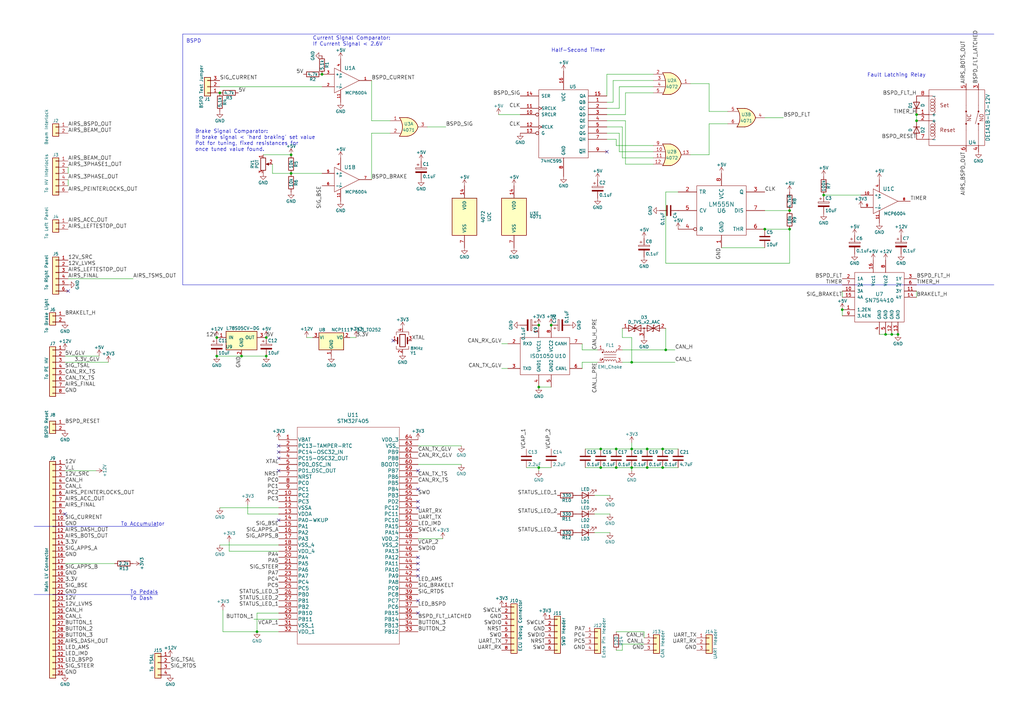
<source format=kicad_sch>
(kicad_sch (version 20230121) (generator eeschema)
  (paper "A3")
  (junction (at 271.78 184.15))
  (junction (at 109.22 146.05))
  (junction (at 337.82 80.01))
  (junction (at 265.43 191.77))
  (junction (at 109.22 138.43))
  (junction (at 259.08 184.15))
  (junction (at 345.44 127))
  (junction (at 246.38 191.77))
  (junction (at 259.08 148.59))
  (junction (at 323.85 93.98))
  (junction (at 323.85 86.36))
  (junction (at 220.98 133.35))
  (junction (at 363.22 137.16))
  (junction (at 259.08 191.77))
  (junction (at 246.38 184.15))
  (junction (at 90.17 38.1))
  (junction (at 88.9 146.05))
  (junction (at 252.73 191.77))
  (junction (at 252.73 184.15))
  (junction (at 365.76 137.16))
  (junction (at 105.41 259.08))
  (junction (at 220.98 158.75))
  (junction (at 119.38 71.12))
  (junction (at 99.06 146.05))
  (junction (at 273.05 143.51))
  (junction (at 368.3 137.16))
  (junction (at 226.06 133.35))
  (junction (at 88.9 138.43))
  (junction (at 220.98 191.77))
  (junction (at 132.08 30.48))
  (junction (at 119.38 63.5))
  (junction (at 271.78 191.77))
  (junction (at 375.92 49.53))
  (junction (at 313.69 93.98))
  (junction (at 375.92 46.99))
  (junction (at 265.43 184.15))
  (no_connect (at 248.92 62.23))
  (no_connect (at 171.45 236.22))
  (no_connect (at 114.3 182.88))
  (no_connect (at 26.67 210.82))
  (no_connect (at 171.45 251.46))
  (no_connect (at 171.45 193.04))
  (no_connect (at 114.3 193.04))
  (no_connect (at 171.45 228.6))
  (no_connect (at 171.45 208.28))
  (no_connect (at 114.3 185.42))
  (no_connect (at 114.3 187.96))
  (no_connect (at 27.94 119.38))
  (no_connect (at 171.45 233.68))
  (no_connect (at 171.45 231.14))
  (no_connect (at 161.29 139.7))
  (no_connect (at 171.45 200.66))
  (no_connect (at 171.45 205.74))
  (no_connect (at 171.45 246.38))
  (no_connect (at 114.3 213.36))
  (wire (pts (xy 220.98 191.77) (xy 226.06 191.77)))
  (wire (pts (xy 248.92 30.48) (xy 267.97 30.48)))
  (wire (pts (xy 353.06 80.01) (xy 337.82 80.01)))
  (wire (pts (xy 271.78 191.77) (xy 278.13 191.77)))
  (wire (pts (xy 265.43 184.15) (xy 271.78 184.15)))
  (wire (pts (xy 114.3 208.28) (xy 90.17 208.28)))
  (wire (pts (xy 215.9 191.77) (xy 220.98 191.77)))
  (wire (pts (xy 246.38 184.15) (xy 252.73 184.15)))
  (wire (pts (xy 171.45 182.88) (xy 189.23 182.88)))
  (wire (pts (xy 27.94 73.66) (xy 27.94 76.2)))
  (wire (pts (xy 375.92 49.53) (xy 375.92 46.99)))
  (polyline (pts (xy 74.93 13.97) (xy 74.93 116.84)))
  (wire (pts (xy 245.11 148.59) (xy 238.76 148.59)))
  (wire (pts (xy 252.73 57.15) (xy 252.73 59.69)))
  (wire (pts (xy 251.46 41.91) (xy 251.46 33.02)))
  (wire (pts (xy 26.67 193.04) (xy 39.37 193.04)))
  (polyline (pts (xy 74.93 116.84) (xy 407.67 116.84)))
  (wire (pts (xy 252.73 191.77) (xy 259.08 191.77)))
  (wire (pts (xy 248.92 54.61) (xy 254 54.61)))
  (wire (pts (xy 252.73 266.7) (xy 255.27 266.7)))
  (wire (pts (xy 220.98 158.75) (xy 226.06 158.75)))
  (wire (pts (xy 255.27 264.16) (xy 264.16 264.16)))
  (wire (pts (xy 273.05 134.62) (xy 273.05 143.51)))
  (wire (pts (xy 238.76 143.51) (xy 238.76 140.97)))
  (wire (pts (xy 152.4 49.53) (xy 152.4 33.02)))
  (wire (pts (xy 107.95 63.5) (xy 119.38 63.5)))
  (wire (pts (xy 255.27 143.51) (xy 273.05 143.51)))
  (wire (pts (xy 271.78 184.15) (xy 278.13 184.15)))
  (wire (pts (xy 256.54 46.99) (xy 256.54 38.1)))
  (wire (pts (xy 243.84 218.44) (xy 250.19 218.44)))
  (wire (pts (xy 213.36 46.99) (xy 204.47 46.99)))
  (wire (pts (xy 111.76 71.12) (xy 119.38 71.12)))
  (wire (pts (xy 88.9 146.05) (xy 99.06 146.05)))
  (wire (pts (xy 290.83 45.72) (xy 298.45 45.72)))
  (wire (pts (xy 259.08 148.59) (xy 276.86 148.59)))
  (wire (pts (xy 99.06 146.05) (xy 109.22 146.05)))
  (wire (pts (xy 143.51 138.43) (xy 146.05 138.43)))
  (wire (pts (xy 175.26 52.07) (xy 182.88 52.07)))
  (wire (pts (xy 90.17 223.52) (xy 114.3 223.52)))
  (polyline (pts (xy 74.93 13.97) (xy 407.67 13.97)))
  (wire (pts (xy 105.41 251.46) (xy 105.41 259.08)))
  (wire (pts (xy 105.41 259.08) (xy 114.3 259.08)))
  (wire (pts (xy 252.73 184.15) (xy 259.08 184.15)))
  (wire (pts (xy 240.03 184.15) (xy 246.38 184.15)))
  (wire (pts (xy 248.92 41.91) (xy 251.46 41.91)))
  (wire (pts (xy 208.28 140.97) (xy 205.74 140.97)))
  (wire (pts (xy 255.27 266.7) (xy 255.27 264.16)))
  (wire (pts (xy 240.03 191.77) (xy 246.38 191.77)))
  (polyline (pts (xy 13.97 215.9) (xy 64.77 215.9)))
  (wire (pts (xy 26.67 146.05) (xy 40.64 146.05)))
  (wire (pts (xy 273.05 107.95) (xy 273.05 78.74)))
  (wire (pts (xy 252.73 57.15) (xy 248.92 57.15)))
  (wire (pts (xy 255.27 52.07) (xy 255.27 64.77)))
  (wire (pts (xy 132.08 35.56) (xy 90.17 35.56)))
  (wire (pts (xy 313.69 93.98) (xy 323.85 93.98)))
  (wire (pts (xy 255.27 64.77) (xy 267.97 64.77)))
  (wire (pts (xy 91.44 259.08) (xy 105.41 259.08)))
  (wire (pts (xy 246.38 191.77) (xy 252.73 191.77)))
  (wire (pts (xy 251.46 33.02) (xy 267.97 33.02)))
  (wire (pts (xy 111.76 67.31) (xy 111.76 71.12)))
  (wire (pts (xy 26.67 231.14) (xy 46.99 231.14)))
  (wire (pts (xy 254 62.23) (xy 267.97 62.23)))
  (wire (pts (xy 243.84 210.82) (xy 250.19 210.82)))
  (wire (pts (xy 259.08 184.15) (xy 265.43 184.15)))
  (wire (pts (xy 273.05 143.51) (xy 276.86 143.51)))
  (wire (pts (xy 93.98 222.25) (xy 93.98 226.06)))
  (wire (pts (xy 101.6 207.01) (xy 101.6 210.82)))
  (wire (pts (xy 93.98 226.06) (xy 114.3 226.06)))
  (wire (pts (xy 245.11 143.51) (xy 238.76 143.51)))
  (wire (pts (xy 298.45 50.8) (xy 290.83 50.8)))
  (wire (pts (xy 248.92 46.99) (xy 256.54 46.99)))
  (wire (pts (xy 205.74 151.13) (xy 208.28 151.13)))
  (wire (pts (xy 264.16 261.62) (xy 264.16 259.08)))
  (wire (pts (xy 323.85 93.98) (xy 323.85 107.95)))
  (wire (pts (xy 273.05 78.74) (xy 278.13 78.74)))
  (wire (pts (xy 290.83 45.72) (xy 290.83 34.29)))
  (wire (pts (xy 256.54 38.1) (xy 267.97 38.1)))
  (wire (pts (xy 254 44.45) (xy 254 35.56)))
  (wire (pts (xy 54.61 114.3) (xy 27.94 114.3)))
  (wire (pts (xy 248.92 49.53) (xy 256.54 49.53)))
  (wire (pts (xy 313.69 86.36) (xy 323.85 86.36)))
  (wire (pts (xy 101.6 210.82) (xy 114.3 210.82)))
  (wire (pts (xy 125.73 138.43) (xy 128.27 138.43)))
  (wire (pts (xy 259.08 138.43) (xy 259.08 148.59)))
  (wire (pts (xy 26.67 148.59) (xy 44.45 148.59)))
  (wire (pts (xy 259.08 191.77) (xy 265.43 191.77)))
  (wire (pts (xy 265.43 191.77) (xy 271.78 191.77)))
  (wire (pts (xy 360.68 137.16) (xy 363.22 137.16)))
  (wire (pts (xy 248.92 39.37) (xy 248.92 30.48)))
  (wire (pts (xy 220.98 191.77) (xy 220.98 193.04)))
  (wire (pts (xy 152.4 73.66) (xy 152.4 54.61)))
  (wire (pts (xy 345.44 127) (xy 345.44 129.54)))
  (wire (pts (xy 323.85 107.95) (xy 273.05 107.95)))
  (wire (pts (xy 181.61 220.98) (xy 171.45 220.98)))
  (wire (pts (xy 255.27 148.59) (xy 259.08 148.59)))
  (wire (pts (xy 152.4 49.53) (xy 160.02 49.53)))
  (wire (pts (xy 114.3 254) (xy 104.14 254)))
  (wire (pts (xy 254 54.61) (xy 254 62.23)))
  (wire (pts (xy 238.76 148.59) (xy 238.76 151.13)))
  (wire (pts (xy 91.44 250.19) (xy 91.44 259.08)))
  (wire (pts (xy 259.08 191.77) (xy 259.08 193.04)))
  (wire (pts (xy 368.3 137.16) (xy 365.76 137.16)))
  (wire (pts (xy 363.22 137.16) (xy 365.76 137.16)))
  (wire (pts (xy 248.92 52.07) (xy 255.27 52.07)))
  (wire (pts (xy 264.16 259.08) (xy 252.73 259.08)))
  (wire (pts (xy 375.92 121.92) (xy 375.92 119.38)))
  (wire (pts (xy 255.27 134.62) (xy 255.27 138.43)))
  (wire (pts (xy 189.23 190.5) (xy 171.45 190.5)))
  (wire (pts (xy 243.84 203.2) (xy 250.19 203.2)))
  (wire (pts (xy 27.94 68.58) (xy 27.94 71.12)))
  (wire (pts (xy 256.54 67.31) (xy 267.97 67.31)))
  (wire (pts (xy 119.38 71.12) (xy 132.08 71.12)))
  (wire (pts (xy 290.83 63.5) (xy 290.83 50.8)))
  (wire (pts (xy 295.91 101.6) (xy 313.69 101.6)))
  (wire (pts (xy 283.21 63.5) (xy 290.83 63.5)))
  (polyline (pts (xy 13.97 243.84) (xy 64.77 243.84)))
  (wire (pts (xy 254 35.56) (xy 267.97 35.56)))
  (wire (pts (xy 256.54 49.53) (xy 256.54 67.31)))
  (wire (pts (xy 259.08 181.61) (xy 259.08 184.15)))
  (wire (pts (xy 152.4 54.61) (xy 160.02 54.61)))
  (wire (pts (xy 252.73 59.69) (xy 267.97 59.69)))
  (wire (pts (xy 313.69 48.26) (xy 321.31 48.26)))
  (wire (pts (xy 248.92 44.45) (xy 254 44.45)))
  (wire (pts (xy 290.83 34.29) (xy 283.21 34.29)))
  (wire (pts (xy 255.27 138.43) (xy 259.08 138.43)))
  (wire (pts (xy 105.41 251.46) (xy 114.3 251.46)))
  (wire (pts (xy 345.44 119.38) (xy 345.44 121.92)))
  (text "Half-Second Timer" (at 226.06 21.59 0) (effects (font (size 1.524 1.524)) (justify left bottom)))
  (text "Current Signal Comparator:\nIf Current Signal < 2.6V" (at 128.27 19.05 0) (effects (font (size 1.524 1.524)) (justify left bottom)))
  (text "BSPD" (at 82.55 17.78 0) (effects (font (size 1.524 1.524)) (justify right bottom)))
  (text "To Pedals" (at 53.34 243.84 0) (effects (font (size 1.524 1.524)) (justify left bottom)))
  (text "Brake Signal Comparator:\nIf brake signal < 'hard braking' set value\nPot for tuning, fixed resistances for\nonce tuned value found." (at 80.01 62.23 0) (effects (font (size 1.524 1.524)) (justify left bottom)))
  (text "To Accumulator" (at 49.53 215.9 0) (effects (font (size 1.524 1.524)) (justify left bottom)))
  (text "To Dash" (at 53.34 246.38 0) (effects (font (size 1.524 1.524)) (justify left bottom)))
  (text "Fault Latching Relay" (at 379.73 31.75 0) (effects (font (size 1.524 1.524)) (justify right bottom)))
  (label "BSPD_FLT_LATCHED" (at 171.45 254 0) (effects (font (size 1.524 1.524))))
  (label "GND" (at 26.67 161.29 0) (effects (font (size 1.524 1.524))))
  (label "AIRS_DASH_OUT" (at 26.67 264.16 0) (effects (font (size 1.524 1.524))))
  (label "GND" (at 264.16 266.7 180) (effects (font (size 1.524 1.524))))
  (label "AIRS_BEAM_OUT" (at 27.94 66.04 0) (effects (font (size 1.524 1.524))))
  (label "SIG_STEER" (at 26.67 274.32 0) (effects (font (size 1.524 1.524))))
  (label "SWDIO" (at 223.52 261.62 180) (effects (font (size 1.524 1.524))))
  (label "NRST" (at 223.52 264.16 180) (effects (font (size 1.524 1.524))))
  (label "SIG_APPS_B" (at 114.3 220.98 180) (effects (font (size 1.524 1.524))))
  (label "LED_BSPD" (at 171.45 248.92 0) (effects (font (size 1.524 1.524))))
  (label "UART_TX" (at 285.75 261.62 180) (effects (font (size 1.524 1.524))))
  (label "UART_RX" (at 171.45 210.82 0) (effects (font (size 1.524 1.524))))
  (label "CAN_TX_GLV" (at 171.45 185.42 0) (effects (font (size 1.524 1.524))))
  (label "AIRS_LEFTESTOP_OUT" (at 27.94 111.76 0) (effects (font (size 1.524 1.524))))
  (label "GND" (at 295.91 101.6 270) (effects (font (size 1.524 1.524))))
  (label "SIG_TSAL" (at 69.85 271.78 0) (effects (font (size 1.524 1.524))))
  (label "CAN_L" (at 26.67 200.66 0) (effects (font (size 1.524 1.524))))
  (label "AIRS_ACC_OUT" (at 27.94 91.44 0) (effects (font (size 1.524 1.524))))
  (label "12V_SRC" (at 26.67 195.58 0) (effects (font (size 1.524 1.524))))
  (label "CAN_H" (at 26.67 198.12 0) (effects (font (size 1.524 1.524))))
  (label "PC4" (at 240.03 261.62 180) (effects (font (size 1.524 1.524))))
  (label "AIRS_FINAL" (at 26.67 158.75 0) (effects (font (size 1.524 1.524))))
  (label "BSPD_RESET" (at 26.67 173.99 0) (effects (font (size 1.524 1.524))))
  (label "PC3" (at 114.3 205.74 180) (effects (font (size 1.524 1.524))))
  (label "GND" (at 26.67 215.9 0) (effects (font (size 1.524 1.524))))
  (label "TIMER_H" (at 375.92 116.84 0) (effects (font (size 1.524 1.524))))
  (label "3.3V" (at 26.67 223.52 0) (effects (font (size 1.524 1.524))))
  (label "LED_AMS" (at 26.67 266.7 0) (effects (font (size 1.524 1.524))))
  (label "12V_LVMS" (at 26.67 248.92 0) (effects (font (size 1.524 1.524))))
  (label "TIMER" (at 373.38 82.55 0) (effects (font (size 1.524 1.524))))
  (label "CAN_TX_GLV" (at 205.74 151.13 180) (effects (font (size 1.524 1.524))))
  (label "BRAKELT_H" (at 375.92 121.92 0) (effects (font (size 1.524 1.524))))
  (label "CAN_RX_TS" (at 26.67 153.67 0) (effects (font (size 1.524 1.524))))
  (label "BSPD_BRAKE" (at 152.4 73.66 0) (effects (font (size 1.524 1.524))))
  (label "LED_IMD" (at 171.45 215.9 0) (effects (font (size 1.524 1.524))))
  (label "SIG_CURRENT" (at 26.67 213.36 0) (effects (font (size 1.524 1.524))))
  (label "CAN_H_PRE" (at 245.11 143.51 90) (effects (font (size 1.524 1.524))))
  (label "LED_AMS" (at 171.45 238.76 0) (effects (font (size 1.524 1.524))))
  (label "CAN_H" (at 26.67 251.46 0) (effects (font (size 1.524 1.524))))
  (label "CAN_H" (at 264.16 261.62 180) (effects (font (size 1.524 1.524))))
  (label "CAN_L" (at 264.16 264.16 180) (effects (font (size 1.524 1.524))))
  (label "SWO" (at 171.45 203.2 0) (effects (font (size 1.524 1.524))))
  (label "CLK" (at 313.69 78.74 0) (effects (font (size 1.524 1.524))))
  (label "GND" (at 223.52 259.08 180) (effects (font (size 1.524 1.524))))
  (label "AIRS_3PHASE1_OUT" (at 27.94 68.58 0) (effects (font (size 1.524 1.524))))
  (label "PA7" (at 114.3 236.22 180) (effects (font (size 1.524 1.524))))
  (label "5V" (at 97.79 38.1 0) (effects (font (size 1.524 1.524))))
  (label "SIG_BSE" (at 132.08 76.2 270) (effects (font (size 1.524 1.524))))
  (label "STATUS_LED_3" (at 114.3 243.84 180) (effects (font (size 1.524 1.524))))
  (label "AIRS_BEAM_OUT" (at 27.94 54.61 0) (effects (font (size 1.524 1.524))))
  (label "SIG_RTDS" (at 171.45 243.84 0) (effects (font (size 1.524 1.524))))
  (label "CAN_H" (at 276.86 143.51 0) (effects (font (size 1.524 1.524))))
  (label "PC4" (at 114.3 238.76 180) (effects (font (size 1.524 1.524))))
  (label "CAN_TX_TS" (at 171.45 195.58 0) (effects (font (size 1.524 1.524))))
  (label "12V" (at 26.67 246.38 0) (effects (font (size 1.524 1.524))))
  (label "BUTTON_2" (at 26.67 259.08 0) (effects (font (size 1.524 1.524))))
  (label "SWCLK" (at 223.52 256.54 180) (effects (font (size 1.524 1.524))))
  (label "PC5" (at 114.3 241.3 180) (effects (font (size 1.524 1.524))))
  (label "V_L" (at 26.67 193.04 0) (effects (font (size 1.524 1.524))))
  (label "PA4" (at 114.3 228.6 180) (effects (font (size 1.524 1.524))))
  (label "AIRS_ACC_OUT" (at 26.67 205.74 0) (effects (font (size 1.524 1.524))))
  (label "AIRS_BOTS_OUT" (at 396.24 34.29 90) (effects (font (size 1.524 1.524))))
  (label "SIG_BRAKELT" (at 345.44 121.92 180) (effects (font (size 1.524 1.524))))
  (label "5V" (at 124.46 30.48 180) (effects (font (size 1.524 1.524))))
  (label "3.3V_GLV" (at 30.48 148.59 0) (effects (font (size 1.524 1.524))))
  (label "SIG_TSAL" (at 26.67 151.13 0) (effects (font (size 1.524 1.524))))
  (label "12V_LVMS" (at 27.94 109.22 0) (effects (font (size 1.524 1.524))))
  (label "GND" (at 205.74 254 180) (effects (font (size 1.524 1.524))))
  (label "GND" (at 26.67 236.22 0) (effects (font (size 1.524 1.524))))
  (label "SWCLK" (at 171.45 218.44 0) (effects (font (size 1.524 1.524))))
  (label "5V_GLV" (at 26.67 146.05 0) (effects (font (size 1.524 1.524))))
  (label "NRST" (at 114.3 195.58 180) (effects (font (size 1.524 1.524))))
  (label "CLK" (at 213.36 44.45 180) (effects (font (size 1.524 1.524))))
  (label "VCAP_2" (at 226.06 184.15 90) (effects (font (size 1.524 1.524))))
  (label "PC2" (at 114.3 203.2 180) (effects (font (size 1.524 1.524))))
  (label "STATUS_LED_2" (at 228.6 210.82 180) (effects (font (size 1.524 1.524))))
  (label "3.3V" (at 26.67 238.76 0) (effects (font (size 1.524 1.524))))
  (label "VCAP_2" (at 171.45 223.52 0) (effects (font (size 1.524 1.524))))
  (label "AIRS_BSPD_OUT" (at 396.24 62.23 270) (effects (font (size 1.524 1.524))))
  (label "SWDIO" (at 205.74 256.54 180) (effects (font (size 1.524 1.524))))
  (label "UART_TX" (at 171.45 213.36 0) (effects (font (size 1.524 1.524))))
  (label "3.3V" (at 146.05 138.43 0) (effects (font (size 1.524 1.524))))
  (label "CLK" (at 213.36 52.07 180) (effects (font (size 1.524 1.524))))
  (label "CAN_TX_TS" (at 26.67 156.21 0) (effects (font (size 1.524 1.524))))
  (label "SIG_APPS_B" (at 26.67 233.68 0) (effects (font (size 1.524 1.524))))
  (label "XTAL" (at 114.3 190.5 180) (effects (font (size 1.524 1.524))))
  (label "STATUS_LED_3" (at 228.6 218.44 180) (effects (font (size 1.524 1.524))))
  (label "BSPD_FLT_H" (at 375.92 114.3 0) (effects (font (size 1.524 1.524))))
  (label "AIRS_DASH_OUT" (at 26.67 218.44 0) (effects (font (size 1.524 1.524))))
  (label "BUTTON_2" (at 171.45 259.08 0) (effects (font (size 1.524 1.524))))
  (label "BUTTON_1" (at 26.67 256.54 0) (effects (font (size 1.524 1.524))))
  (label "CAN_L_PRE" (at 245.11 148.59 270) (effects (font (size 1.524 1.524))))
  (label "LED_IMD" (at 26.67 269.24 0) (effects (font (size 1.524 1.524))))
  (label "GND" (at 99.06 146.05 270) (effects (font (size 1.524 1.524))))
  (label "SIG_APPS_A" (at 26.67 226.06 0) (effects (font (size 1.524 1.524))))
  (label "TIMER" (at 345.44 116.84 180) (effects (font (size 1.524 1.524))))
  (label "XTAL" (at 168.91 139.7 0) (effects (font (size 1.524 1.524))))
  (label "SIG_BRAKELT" (at 171.45 241.3 0) (effects (font (size 1.524 1.524))))
  (label "VCAP_1" (at 215.9 184.15 90) (effects (font (size 1.524 1.524))))
  (label "AIRS_BOTS_OUT" (at 26.67 220.98 0) (effects (font (size 1.524 1.524))))
  (label "5V" (at 109.22 138.43 0) (effects (font (size 1.524 1.524))))
  (label "STATUS_LED_1" (at 228.6 203.2 180) (effects (font (size 1.524 1.524))))
  (label "CAN_RX_TS" (at 171.45 198.12 0) (effects (font (size 1.524 1.524))))
  (label "UART_RX" (at 205.74 266.7 180) (effects (font (size 1.524 1.524))))
  (label "BSPD_FLT_LATCHED" (at 401.32 34.29 90) (effects (font (size 1.524 1.524))))
  (label "AIRS_BSPD_OUT" (at 27.94 52.07 0) (effects (font (size 1.524 1.524))))
  (label "CAN_RX_GLV" (at 171.45 187.96 0) (effects (font (size 1.524 1.524))))
  (label "SIG_CURRENT" (at 90.17 33.02 0) (effects (font (size 1.524 1.524))))
  (label "AIRS_FINAL" (at 27.94 114.3 0) (effects (font (size 1.524 1.524))))
  (label "GND" (at 240.03 266.7 180) (effects (font (size 1.524 1.524))))
  (label "BRAKELT_H" (at 26.67 129.54 0) (effects (font (size 1.524 1.524))))
  (label "SWDIO" (at 171.45 226.06 0) (effects (font (size 1.524 1.524))))
  (label "BUTTON_3" (at 171.45 256.54 0) (effects (font (size 1.524 1.524))))
  (label "SWO" (at 205.74 261.62 180) (effects (font (size 1.524 1.524))))
  (label "PA7" (at 240.03 259.08 180) (effects (font (size 1.524 1.524))))
  (label "TIMER_H" (at 375.92 46.99 180) (effects (font (size 1.524 1.524))))
  (label "12V_SRC" (at 27.94 106.68 0) (effects (font (size 1.524 1.524))))
  (label "12V" (at 88.9 138.43 180) (effects (font (size 1.524 1.524))))
  (label "UART_TX" (at 205.74 264.16 180) (effects (font (size 1.524 1.524))))
  (label "BUTTON_3" (at 26.67 261.62 0) (effects (font (size 1.524 1.524))))
  (label "GND" (at 26.67 276.86 0) (effects (font (size 1.524 1.524))))
  (label "LED_BSPD" (at 26.67 271.78 0) (effects (font (size 1.524 1.524))))
  (label "GND" (at 26.67 228.6 0) (effects (font (size 1.524 1.524))))
  (label "SIG_STEER" (at 114.3 233.68 180) (effects (font (size 1.524 1.524))))
  (label "BSPD_FLT" (at 321.31 48.26 0) (effects (font (size 1.524 1.524))))
  (label "BUTTON_1" (at 104.14 254 180) (effects (font (size 1.524 1.524))))
  (label "AIRS_FINAL" (at 26.67 208.28 0) (effects (font (size 1.524 1.524))))
  (label "AIRS_PEINTERLOCKS_OUT" (at 27.94 78.74 0) (effects (font (size 1.524 1.524))))
  (label "12V" (at 26.67 190.5 0) (effects (font (size 1.524 1.524))))
  (label "AIRS_3PHASE_OUT" (at 27.94 73.66 0) (effects (font (size 1.524 1.524))))
  (label "PC1" (at 114.3 200.66 180) (effects (font (size 1.524 1.524))))
  (label "SIG_APPS_A" (at 114.3 218.44 180) (effects (font (size 1.524 1.524))))
  (label "BSPD_CURRENT" (at 152.4 33.02 0) (effects (font (size 1.524 1.524))))
  (label "NRST" (at 205.74 259.08 180) (effects (font (size 1.524 1.524))))
  (label "GND" (at 285.75 266.7 180) (effects (font (size 1.524 1.524))))
  (label "PC0" (at 114.3 198.12 180) (effects (font (size 1.524 1.524))))
  (label "CAN_RX_GLV" (at 205.74 140.97 180) (effects (font (size 1.524 1.524))))
  (label "CAN_L" (at 26.67 254 0) (effects (font (size 1.524 1.524))))
  (label "PA5" (at 114.3 231.14 180) (effects (font (size 1.524 1.524))))
  (label "BSPD_FLT_H" (at 375.92 39.37 180) (effects (font (size 1.524 1.524))))
  (label "SIG_BSE" (at 114.3 215.9 180) (effects (font (size 1.524 1.524))))
  (label "AIRS_TSMS_OUT" (at 54.61 114.3 0) (effects (font (size 1.524 1.524))))
  (label "AIRS_PEINTERLOCKS_OUT" (at 26.67 203.2 0) (effects (font (size 1.524 1.524))))
  (label "STATUS_LED_1" (at 114.3 248.92 180) (effects (font (size 1.524 1.524))))
  (label "SIG_BSE" (at 26.67 241.3 0) (effects (font (size 1.524 1.524))))
  (label "SIG_RTDS" (at 69.85 274.32 0) (effects (font (size 1.524 1.524))))
  (label "BSPD_FLT" (at 345.44 114.3 180) (effects (font (size 1.524 1.524))))
  (label "SWO" (at 223.52 266.7 180) (effects (font (size 1.524 1.524))))
  (label "BSPD_SIG" (at 213.36 39.37 180) (effects (font (size 1.524 1.524))))
  (label "AIRS_LEFTESTOP_OUT" (at 27.94 93.98 0) (effects (font (size 1.524 1.524))))
  (label "UART_RX" (at 285.75 264.16 180) (effects (font (size 1.524 1.524))))
  (label "BSPD_SIG" (at 182.88 52.07 0) (effects (font (size 1.524 1.524))))
  (label "CAN_L" (at 276.86 148.59 0) (effects (font (size 1.524 1.524))))
  (label "PC5" (at 240.03 264.16 180) (effects (font (size 1.524 1.524))))
  (label "VCAP_1" (at 114.3 256.54 180) (effects (font (size 1.524 1.524))))
  (label "STATUS_LED_2" (at 114.3 246.38 180) (effects (font (size 1.524 1.524))))
  (label "GND" (at 26.67 243.84 0) (effects (font (size 1.524 1.524))))
  (label "BSPD_RESET" (at 375.92 57.15 180) (effects (font (size 1.524 1.524))))
  (label "SWCLK" (at 205.74 251.46 180) (effects (font (size 1.524 1.524))))
  (symbol (lib_id "FS_FINAL:LM555N") (at 295.91 86.36 0) (unit 1)
    (property "Reference" "U6" (at 295.91 86.36 0) (effects (font (size 1.778 1.778))))
    (property "Value" "LM555N" (at 295.91 83.82 0) (effects (font (size 1.778 1.778))))
    (property "Footprint" "Housings_DIP:DIP-8_W7.62mm" (effects hide))
  )
  (symbol (lib_id "FS_FINAL:74HC595") (at 231.14 50.8 0) (unit 1)
    (property "Reference" "U5" (at 234.95 35.56 0))
    (property "Value" "74HC595" (at 226.06 66.04 0))
    (property "Footprint" "Housings_DIP:DIP-16_W7.62mm" (effects hide))
  )
  (symbol (lib_id "PEBoardLV-rescue:CP-Device") (at 264.16 101.6 0) (unit 1)
    (property "Reference" "C8" (at 264.795 99.06 0) (effects (justify left)))
    (property "Value" "0.1uF" (at 264.795 104.14 0) (effects (justify left)))
    (property "Footprint" "Capacitors_THT:C_Disc_D3.0mm_W1.6mm_P2.50mm" (effects hide))
  )
  (symbol (lib_id "Device:R") (at 323.85 90.17 0) (unit 1)
    (property "Reference" "R9" (at 325.882 90.17 90))
    (property "Value" "18k" (at 323.85 90.17 90))
    (property "Footprint" "Resistors_THT:R_Axial_DIN0207_L6.3mm_D2.5mm_P10.16mm_Horizontal" (effects hide))
  )
  (symbol (lib_id "Device:R") (at 323.85 82.55 0) (unit 1)
    (property "Reference" "R8" (at 325.882 82.55 90))
    (property "Value" "4.7kR" (at 323.85 82.55 90))
    (property "Footprint" "Resistors_THT:R_Axial_DIN0207_L6.3mm_D2.5mm_P10.16mm_Horizontal" (effects hide))
  )
  (symbol (lib_id "Connector_Generic:Conn_01x02") (at 21.59 173.99 0) (mirror y) (unit 1)
    (property "Reference" "J8" (at 21.59 170.18 0))
    (property "Value" "BSPD Reset" (at 19.05 173.99 90))
    (property "Footprint" "Connectors_Molex:Molex_NanoFit_1x02x2.50mm_Straight" (effects hide))
  )
  (symbol (lib_id "Device:R") (at 128.27 30.48 270) (unit 1)
    (property "Reference" "R2" (at 128.27 32.512 90))
    (property "Value" "4.7k" (at 128.27 30.48 90))
    (property "Footprint" "Resistors_THT:R_Axial_DIN0207_L6.3mm_D2.5mm_P10.16mm_Horizontal" (effects hide))
  )
  (symbol (lib_id "Device:R") (at 132.08 26.67 0) (unit 1)
    (property "Reference" "R1" (at 134.112 26.67 90))
    (property "Value" "5.1k" (at 132.08 26.67 90))
    (property "Footprint" "Resistors_THT:R_Axial_DIN0207_L6.3mm_D2.5mm_P10.16mm_Horizontal" (effects hide))
  )
  (symbol (lib_id "PEBoardLV-rescue:R_POT-Device") (at 107.95 67.31 0) (unit 1)
    (property "Reference" "RV1" (at 103.505 67.31 90))
    (property "Value" "POT" (at 105.41 67.31 90))
    (property "Footprint" "Pin_Headers:Pin_Header_Straight_1x03_Pitch2.54mm" (effects hide))
  )
  (symbol (lib_id "Device:R") (at 119.38 67.31 0) (unit 1)
    (property "Reference" "R5" (at 121.412 67.31 90))
    (property "Value" "10k" (at 119.38 67.31 90))
    (property "Footprint" "Resistors_THT:R_Axial_DIN0207_L6.3mm_D2.5mm_P10.16mm_Horizontal" (effects hide))
  )
  (symbol (lib_id "Device:R") (at 119.38 74.93 0) (unit 1)
    (property "Reference" "R6" (at 121.412 74.93 90))
    (property "Value" "10k" (at 119.38 74.93 90))
    (property "Footprint" "Resistors_THT:R_Axial_DIN0207_L6.3mm_D2.5mm_P10.16mm_Horizontal" (effects hide))
  )
  (symbol (lib_id "FS_FINAL:L78S05CV-DG") (at 99.06 139.7 0) (unit 1)
    (property "Reference" "U9" (at 93.98 142.24 0))
    (property "Value" "L78S05CV-DG" (at 92.71 134.62 0) (effects (justify left)))
    (property "Footprint" "TO_SOT_Packages_THT:TO-220-3_Vertical" (effects hide))
  )
  (symbol (lib_id "FS_FINAL:MCP6004") (at 142.24 73.66 0) (unit 2)
    (property "Reference" "U1" (at 143.51 68.58 0) (effects (font (size 1.524 1.524))))
    (property "Value" "MCP6004" (at 146.05 78.74 0))
    (property "Footprint" "Housings_DIP:DIP-14_W7.62mm" (effects hide))
  )
  (symbol (lib_id "FS_FINAL:MCP6004") (at 142.24 33.02 0) (unit 1)
    (property "Reference" "U1" (at 143.51 27.94 0) (effects (font (size 1.524 1.524))))
    (property "Value" "MCP6004" (at 146.05 38.1 0))
    (property "Footprint" "Housings_DIP:DIP-14_W7.62mm" (effects hide))
  )
  (symbol (lib_id "power:GND") (at 139.7 41.91 0) (unit 1)
    (property "Reference" "#PWR06" (effects hide))
    (property "Value" "GND" (at 139.7 45.72 0))
  )
  (symbol (lib_id "power:+5V") (at 139.7 24.13 0) (unit 1)
    (property "Reference" "#PWR02" (effects hide))
    (property "Value" "+5V" (at 139.7 20.574 0))
  )
  (symbol (lib_id "power:+5V") (at 109.22 138.43 0) (unit 1)
    (property "Reference" "#PWR054" (effects hide))
    (property "Value" "+5V" (at 109.22 134.874 0))
  )
  (symbol (lib_id "power:+5V") (at 139.7 64.77 0) (unit 1)
    (property "Reference" "#PWR017" (effects hide))
    (property "Value" "+5V" (at 139.7 61.214 0))
  )
  (symbol (lib_id "power:GND") (at 139.7 82.55 0) (unit 1)
    (property "Reference" "#PWR030" (effects hide))
    (property "Value" "GND" (at 139.7 86.36 0))
  )
  (symbol (lib_id "power:GND") (at 190.5 101.6 0) (unit 1)
    (property "Reference" "#PWR05" (effects hide))
    (property "Value" "GND" (at 190.5 105.41 0))
  )
  (symbol (lib_id "power:GND") (at 231.14 72.39 0) (unit 1)
    (property "Reference" "#PWR022" (effects hide))
    (property "Value" "GND" (at 231.14 76.2 0))
  )
  (symbol (lib_id "power:GND") (at 213.36 54.61 0) (unit 1)
    (property "Reference" "#PWR012" (effects hide))
    (property "Value" "GND" (at 213.36 58.42 0))
  )
  (symbol (lib_id "power:GND") (at 119.38 78.74 0) (unit 1)
    (property "Reference" "#PWR027" (effects hide))
    (property "Value" "GND" (at 119.38 82.55 0))
  )
  (symbol (lib_id "power:GND") (at 107.95 71.12 0) (unit 1)
    (property "Reference" "#PWR020" (effects hide))
    (property "Value" "GND" (at 107.95 74.93 0))
  )
  (symbol (lib_id "power:GND") (at 264.16 105.41 0) (unit 1)
    (property "Reference" "#PWR041" (effects hide))
    (property "Value" "GND" (at 264.16 109.22 0))
  )
  (symbol (lib_id "power:+12V") (at 88.9 138.43 0) (unit 1)
    (property "Reference" "#PWR053" (effects hide))
    (property "Value" "+12V" (at 88.9 134.874 0))
  )
  (symbol (lib_id "power:+5V") (at 190.5 76.2 0) (unit 1)
    (property "Reference" "#PWR04" (effects hide))
    (property "Value" "+5V" (at 190.5 72.644 0))
  )
  (symbol (lib_id "power:+5V") (at 231.14 29.21 0) (unit 1)
    (property "Reference" "#PWR03" (effects hide))
    (property "Value" "+5V" (at 231.14 25.654 0))
  )
  (symbol (lib_id "power:+5V") (at 295.91 71.12 0) (unit 1)
    (property "Reference" "#PWR021" (effects hide))
    (property "Value" "+5V" (at 295.91 67.564 0))
  )
  (symbol (lib_id "power:+5V") (at 264.16 97.79 0) (unit 1)
    (property "Reference" "#PWR038" (effects hide))
    (property "Value" "+5V" (at 264.16 94.234 0))
  )
  (symbol (lib_id "power:+5V") (at 278.13 93.98 0) (unit 1)
    (property "Reference" "#PWR035" (effects hide))
    (property "Value" "+5V" (at 278.13 90.424 0))
  )
  (symbol (lib_id "power:+5V") (at 323.85 78.74 0) (unit 1)
    (property "Reference" "#PWR028" (effects hide))
    (property "Value" "+5V" (at 323.85 75.184 0))
  )
  (symbol (lib_id "Device:C") (at 313.69 97.79 0) (unit 1)
    (property "Reference" "C5" (at 314.325 95.25 0) (effects (justify left)))
    (property "Value" "10uF" (at 314.325 100.33 0) (effects (justify left)))
    (property "Footprint" "Capacitors_THT:CP_Radial_D5.0mm_P2.50mm" (effects hide))
  )
  (symbol (lib_id "Device:C") (at 274.32 86.36 270) (unit 1)
    (property "Reference" "C4" (at 276.86 86.995 0) (effects (justify left)))
    (property "Value" "0.1uF" (at 271.78 86.995 0) (effects (justify left)))
    (property "Footprint" "Capacitors_THT:C_Disc_D3.0mm_W1.6mm_P2.50mm" (effects hide))
  )
  (symbol (lib_id "power:GND") (at 270.51 86.36 270) (unit 1)
    (property "Reference" "#PWR032" (effects hide))
    (property "Value" "GND" (at 266.7 86.36 0))
  )
  (symbol (lib_id "4xxx:4072") (at 275.59 34.29 0) (unit 1)
    (property "Reference" "U2" (at 275.59 33.02 0))
    (property "Value" "4072" (at 275.59 35.56 0))
    (property "Footprint" "Housings_DIP:DIP-14_W7.62mm" (effects hide))
    (property "Datasheet" "http://www.intersil.com/content/dam/Intersil/documents/cd40/cd4071bms-72bms-75bms.pdf" (effects hide))
  )
  (symbol (lib_id "power:+5V") (at 204.47 46.99 0) (unit 1)
    (property "Reference" "#PWR010" (effects hide))
    (property "Value" "+5V" (at 204.47 43.434 0))
  )
  (symbol (lib_id "Connector_Generic:Conn_01x03") (at 85.09 35.56 180) (unit 1)
    (property "Reference" "J1" (at 85.09 40.64 0))
    (property "Value" "BSPD Test Jumper" (at 82.55 35.56 90))
    (property "Footprint" "Connectors_Molex:Molex_NanoFit_1x03x2.50mm_Straight" (effects hide))
  )
  (symbol (lib_id "Device:R") (at 93.98 38.1 270) (unit 1)
    (property "Reference" "R3" (at 93.98 40.132 90))
    (property "Value" "4.7k" (at 93.98 38.1 90))
    (property "Footprint" "Resistors_THT:R_Axial_DIN0207_L6.3mm_D2.5mm_P10.16mm_Horizontal" (effects hide))
  )
  (symbol (lib_id "Device:R") (at 90.17 41.91 0) (unit 1)
    (property "Reference" "R4" (at 92.202 41.91 90))
    (property "Value" "5.1k" (at 90.17 41.91 90))
    (property "Footprint" "Resistors_THT:R_Axial_DIN0207_L6.3mm_D2.5mm_P10.16mm_Horizontal" (effects hide))
  )
  (symbol (lib_id "power:GND") (at 90.17 45.72 0) (unit 1)
    (property "Reference" "#PWR08" (effects hide))
    (property "Value" "GND" (at 90.17 49.53 0))
  )
  (symbol (lib_id "4xxx:4071") (at 167.64 52.07 0) (unit 1)
    (property "Reference" "U3" (at 167.64 50.8 0))
    (property "Value" "4071" (at 167.64 53.34 0))
    (property "Footprint" "Housings_DIP:DIP-14_W7.62mm" (effects hide))
  )
  (symbol (lib_id "4xxx:4071") (at 306.07 48.26 0) (unit 2)
    (property "Reference" "U3" (at 306.07 46.99 0))
    (property "Value" "4071" (at 306.07 49.53 0))
    (property "Footprint" "Housings_DIP:DIP-14_W7.62mm" (effects hide))
  )
  (symbol (lib_id "power:GND") (at 132.08 22.86 270) (unit 1)
    (property "Reference" "#PWR01" (effects hide))
    (property "Value" "GND" (at 128.27 22.86 0))
  )
  (symbol (lib_id "FS_FINAL:ISO1050") (at 223.52 146.05 0) (unit 1)
    (property "Reference" "U10" (at 229.87 146.05 0) (effects (font (size 1.524 1.524))))
    (property "Value" "ISO1050" (at 222.25 146.05 0) (effects (font (size 1.524 1.524))))
    (property "Footprint" "Housings_DIP:DIP-8_W8.89mm_SMDSocket_LongPads" (effects hide))
  )
  (symbol (lib_id "power:+5V") (at 226.06 133.35 0) (unit 1)
    (property "Reference" "#PWR049" (effects hide))
    (property "Value" "+5V" (at 226.06 129.794 0))
  )
  (symbol (lib_id "power:GND") (at 220.98 158.75 0) (unit 1)
    (property "Reference" "#PWR065" (effects hide))
    (property "Value" "GND" (at 220.98 162.56 0))
  )
  (symbol (lib_id "power:GND") (at 26.67 176.53 0) (unit 1)
    (property "Reference" "#PWR066" (effects hide))
    (property "Value" "GND" (at 26.67 180.34 0))
  )
  (symbol (lib_id "power:GND") (at 88.9 146.05 0) (unit 1)
    (property "Reference" "#PWR061" (effects hide))
    (property "Value" "GND" (at 88.9 149.86 0))
  )
  (symbol (lib_id "power:GND") (at 109.22 146.05 0) (unit 1)
    (property "Reference" "#PWR062" (effects hide))
    (property "Value" "GND" (at 109.22 149.86 0))
  )
  (symbol (lib_id "Connector_Generic:Conn_01x35") (at 21.59 233.68 0) (mirror y) (unit 1)
    (property "Reference" "J9" (at 21.59 187.96 0))
    (property "Value" "Main LV Connector" (at 19.05 233.68 90))
    (property "Footprint" "FSFootprints:Ampseal-776231" (effects hide))
  )
  (symbol (lib_id "PEBoardLV-rescue:+3.3V-power") (at 54.61 231.14 270) (unit 1)
    (property "Reference" "#PWR083" (effects hide))
    (property "Value" "+3.3V" (at 58.166 231.14 0))
  )
  (symbol (lib_id "Device:R") (at 50.8 231.14 270) (unit 1)
    (property "Reference" "R13" (at 50.8 233.172 90))
    (property "Value" "2.2k" (at 50.8 231.14 90))
    (property "Footprint" "Resistors_THT:R_Axial_DIN0207_L6.3mm_D2.5mm_P10.16mm_Horizontal" (effects hide))
  )
  (symbol (lib_id "power:+12V") (at 39.37 193.04 270) (unit 1)
    (property "Reference" "#PWR072" (effects hide))
    (property "Value" "+12V" (at 42.926 193.04 0))
  )
  (symbol (lib_id "FS_FINAL:SN754410") (at 360.68 121.92 0) (unit 1)
    (property "Reference" "U7" (at 360.68 120.65 0) (effects (font (size 1.524 1.524))))
    (property "Value" "SN754410" (at 360.68 123.19 0) (effects (font (size 1.524 1.524))))
    (property "Footprint" "Housings_DIP:DIP-16_W7.62mm" (effects hide))
  )
  (symbol (lib_id "power:+5V") (at 358.14 106.68 0) (unit 1)
    (property "Reference" "#PWR042" (effects hide))
    (property "Value" "+5V" (at 358.14 103.124 0))
  )
  (symbol (lib_id "power:+12V") (at 363.22 106.68 0) (unit 1)
    (property "Reference" "#PWR043" (effects hide))
    (property "Value" "+12V" (at 363.22 103.124 0))
  )
  (symbol (lib_id "power:GND") (at 368.3 137.16 0) (unit 1)
    (property "Reference" "#PWR052" (effects hide))
    (property "Value" "GND" (at 368.3 140.97 0))
  )
  (symbol (lib_id "power:+5V") (at 345.44 127 0) (unit 1)
    (property "Reference" "#PWR045" (effects hide))
    (property "Value" "+5V" (at 345.44 123.444 0))
  )
  (symbol (lib_id "power:GND") (at 26.67 276.86 0) (unit 1)
    (property "Reference" "#PWR089" (effects hide))
    (property "Value" "GND" (at 26.67 280.67 0))
  )
  (symbol (lib_id "FS_FINAL:MCP6004") (at 363.22 82.55 0) (unit 3)
    (property "Reference" "U1" (at 364.49 77.47 0) (effects (font (size 1.524 1.524))))
    (property "Value" "MCP6004" (at 367.03 87.63 0))
    (property "Footprint" "Housings_DIP:DIP-14_W7.62mm" (effects hide))
  )
  (symbol (lib_id "Connector_Generic:Conn_01x02") (at 22.86 91.44 0) (mirror y) (unit 1)
    (property "Reference" "J4" (at 22.86 88.9 0))
    (property "Value" "To Left Panel" (at 19.05 91.44 90))
    (property "Footprint" "Connectors_Molex:Molex_NanoFit_1x02x2.50mm_Straight" (effects hide))
  )
  (symbol (lib_id "power:+5V") (at 360.68 73.66 0) (unit 1)
    (property "Reference" "#PWR026" (effects hide))
    (property "Value" "+5V" (at 360.68 70.104 0))
  )
  (symbol (lib_id "power:GND") (at 360.68 91.44 0) (unit 1)
    (property "Reference" "#PWR034" (effects hide))
    (property "Value" "GND" (at 360.68 95.25 0))
  )
  (symbol (lib_id "power:GND") (at 27.94 116.84 90) (unit 1)
    (property "Reference" "#PWR044" (effects hide))
    (property "Value" "GND" (at 31.75 116.84 0))
  )
  (symbol (lib_id "PEBoardLV-rescue:+3.3V-power") (at 353.06 85.09 0) (unit 1)
    (property "Reference" "#PWR031" (effects hide))
    (property "Value" "+3.3V" (at 353.06 81.534 0))
  )
  (symbol (lib_id "power:+5V") (at 337.82 72.39 0) (unit 1)
    (property "Reference" "#PWR023" (effects hide))
    (property "Value" "+5V" (at 337.82 68.834 0))
  )
  (symbol (lib_id "Device:R") (at 337.82 76.2 0) (unit 1)
    (property "Reference" "R7" (at 339.852 76.2 90))
    (property "Value" "100k" (at 337.82 76.2 90))
    (property "Footprint" "Resistors_THT:R_Axial_DIN0207_L6.3mm_D2.5mm_P10.16mm_Horizontal" (effects hide))
  )
  (symbol (lib_id "PEBoardLV-rescue:CP-Device") (at 337.82 83.82 0) (unit 1)
    (property "Reference" "C3" (at 338.455 81.28 0) (effects (justify left)))
    (property "Value" "10uF" (at 338.455 86.36 0) (effects (justify left)))
    (property "Footprint" "Capacitors_THT:CP_Radial_D5.0mm_P2.50mm" (effects hide))
  )
  (symbol (lib_id "power:GND") (at 337.82 87.63 0) (unit 1)
    (property "Reference" "#PWR033" (effects hide))
    (property "Value" "GND" (at 337.82 91.44 0))
  )
  (symbol (lib_id "Connector_Generic:Conn_01x02") (at 21.59 129.54 0) (mirror y) (unit 1)
    (property "Reference" "J6" (at 21.59 127 0))
    (property "Value" "To Brake Light" (at 19.05 129.54 90))
    (property "Footprint" "Connectors_Molex:Molex_NanoFit_1x02x2.50mm_Straight" (effects hide))
  )
  (symbol (lib_id "power:GND") (at 26.67 132.08 0) (unit 1)
    (property "Reference" "#PWR046" (effects hide))
    (property "Value" "GND" (at 26.67 135.89 0))
  )
  (symbol (lib_id "Connector_Generic:Conn_01x02") (at 22.86 52.07 0) (mirror y) (unit 1)
    (property "Reference" "J2" (at 22.86 49.53 0))
    (property "Value" "Beam Interlock" (at 19.05 52.07 90))
    (property "Footprint" "Connectors_Molex:Molex_NanoFit_1x02x2.50mm_Straight" (effects hide))
  )
  (symbol (lib_id "Connector_Generic:Conn_01x06") (at 22.86 71.12 0) (mirror y) (unit 1)
    (property "Reference" "J3" (at 22.86 63.5 0))
    (property "Value" "To HV Interlocks" (at 19.05 71.12 90))
    (property "Footprint" "Connectors_Molex:Molex_NanoFit_2x03x2.50mm_Straight" (effects hide))
  )
  (symbol (lib_id "power:+12V") (at 26.67 143.51 0) (unit 1)
    (property "Reference" "#PWR058" (effects hide))
    (property "Value" "+12V" (at 26.67 139.954 0))
  )
  (symbol (lib_id "Connector_Generic:Conn_01x08") (at 21.59 151.13 0) (mirror y) (unit 1)
    (property "Reference" "J7" (at 21.59 140.97 0))
    (property "Value" "To PE HV" (at 19.05 151.13 90))
    (property "Footprint" "Connectors_Molex:Molex_NanoFit_2x04x2.50mm_Straight" (effects hide))
  )
  (symbol (lib_id "power:+5V") (at 40.64 146.05 0) (unit 1)
    (property "Reference" "#PWR060" (effects hide))
    (property "Value" "+5V" (at 40.64 142.494 0))
  )
  (symbol (lib_id "PEBoardLV-rescue:+3.3V-power") (at 44.45 148.59 0) (unit 1)
    (property "Reference" "#PWR064" (effects hide))
    (property "Value" "+3.3V" (at 44.45 145.034 0))
  )
  (symbol (lib_id "FS_FINAL:DE1A1B-L2-12V") (at 394.97 48.26 0) (unit 1)
    (property "Reference" "U4" (at 398.78 58.42 0) (effects (font (size 1.524 1.524))))
    (property "Value" "DE1A1B-L2-12V" (at 405.13 48.26 90) (effects (font (size 1.524 1.524))))
    (property "Footprint" "FSFootprints:DE1A1B-L2-12V" (effects hide))
  )
  (symbol (lib_id "power:GND") (at 401.32 62.23 0) (unit 1)
    (property "Reference" "#PWR015" (effects hide))
    (property "Value" "GND" (at 401.32 66.04 0))
  )
  (symbol (lib_id "PEBoardLV-rescue:D_TVS_x2_AAC-Device") (at 264.16 134.62 0) (unit 1)
    (property "Reference" "D3" (at 264.16 130.175 0))
    (property "Value" "D_TVS_x2_AAC" (at 264.16 132.08 0))
    (property "Footprint" "TO_SOT_Packages_SMD:SOT-23_Handsoldering" (effects hide))
  )
  (symbol (lib_id "Device:Crystal_GND24") (at 165.1 139.7 0) (mirror x) (unit 1)
    (property "Reference" "Y1" (at 168.275 144.78 0) (effects (justify left)))
    (property "Value" "8MHz" (at 168.275 142.875 0) (effects (justify left)))
    (property "Footprint" "Crystals:Crystal_SMD_3225-4pin_3.2x2.5mm_HandSoldering" (effects hide))
  )
  (symbol (lib_id "FS_FINAL:STM32F405") (at 114.3 180.34 0) (unit 1)
    (property "Reference" "U11" (at 144.78 170.18 0) (effects (font (size 1.524 1.524))))
    (property "Value" "STM32F405" (at 144.78 172.72 0) (effects (font (size 1.524 1.524))))
    (property "Footprint" "FSFootprints:LQFP-64_10x10mm_Pitch0.5mm_HandSoldering" (effects hide))
  )
  (symbol (lib_id "power:GND") (at 135.89 146.05 0) (unit 1)
    (property "Reference" "#PWR063" (effects hide))
    (property "Value" "GND" (at 135.89 149.86 0))
  )
  (symbol (lib_id "power:+12V") (at 125.73 138.43 0) (unit 1)
    (property "Reference" "#PWR055" (effects hide))
    (property "Value" "+12V" (at 125.73 134.874 0))
  )
  (symbol (lib_id "PEBoardLV-rescue:+3.3V-power") (at 146.05 138.43 0) (unit 1)
    (property "Reference" "#PWR056" (effects hide))
    (property "Value" "+3.3V" (at 146.05 134.874 0))
  )
  (symbol (lib_id "PEBoardLV-rescue:+3.3V-power") (at 165.1 134.62 0) (unit 1)
    (property "Reference" "#PWR051" (effects hide))
    (property "Value" "+3.3V" (at 165.1 131.064 0))
  )
  (symbol (lib_id "power:GND") (at 165.1 144.78 0) (unit 1)
    (property "Reference" "#PWR059" (effects hide))
    (property "Value" "GND" (at 165.1 148.59 0))
  )
  (symbol (lib_id "PEBoardLV-rescue:+3.3V-power") (at 114.3 180.34 0) (unit 1)
    (property "Reference" "#PWR067" (effects hide))
    (property "Value" "+3.3V" (at 114.3 176.784 0))
  )
  (symbol (lib_id "power:GND") (at 90.17 208.28 0) (unit 1)
    (property "Reference" "#PWR077" (effects hide))
    (property "Value" "GND" (at 90.17 212.09 0))
  )
  (symbol (lib_id "PEBoardLV-rescue:+3.3V-power") (at 101.6 207.01 0) (unit 1)
    (property "Reference" "#PWR076" (effects hide))
    (property "Value" "+3.3V" (at 101.6 203.454 0))
  )
  (symbol (lib_id "PEBoardLV-rescue:+3.3V-power") (at 93.98 222.25 0) (unit 1)
    (property "Reference" "#PWR081" (effects hide))
    (property "Value" "+3.3V" (at 93.98 218.694 0))
  )
  (symbol (lib_id "power:GND") (at 90.17 223.52 0) (unit 1)
    (property "Reference" "#PWR082" (effects hide))
    (property "Value" "GND" (at 90.17 227.33 0))
  )
  (symbol (lib_id "power:GND") (at 105.41 259.08 0) (unit 1)
    (property "Reference" "#PWR087" (effects hide))
    (property "Value" "GND" (at 105.41 262.89 0))
  )
  (symbol (lib_id "PEBoardLV-rescue:+3.3V-power") (at 91.44 250.19 0) (unit 1)
    (property "Reference" "#PWR085" (effects hide))
    (property "Value" "+3.3V" (at 91.44 246.634 0))
  )
  (symbol (lib_id "PEBoardLV-rescue:+3.3V-power") (at 181.61 220.98 0) (unit 1)
    (property "Reference" "#PWR080" (effects hide))
    (property "Value" "+3.3V" (at 181.61 217.424 0))
  )
  (symbol (lib_id "PEBoardLV-rescue:+3.3V-power") (at 171.45 180.34 0) (unit 1)
    (property "Reference" "#PWR068" (effects hide))
    (property "Value" "+3.3V" (at 171.45 176.784 0))
  )
  (symbol (lib_id "power:GND") (at 189.23 182.88 0) (unit 1)
    (property "Reference" "#PWR070" (effects hide))
    (property "Value" "GND" (at 189.23 186.69 0))
  )
  (symbol (lib_id "power:GND") (at 189.23 190.5 0) (unit 1)
    (property "Reference" "#PWR071" (effects hide))
    (property "Value" "GND" (at 189.23 194.31 0))
  )
  (symbol (lib_id "Device:C") (at 215.9 187.96 0) (unit 1)
    (property "Reference" "C13" (at 216.535 185.42 0) (effects (justify left)))
    (property "Value" "2.2uF" (at 216.535 190.5 0) (effects (justify left)))
    (property "Footprint" "Capacitors_SMD:C_0805_HandSoldering" (effects hide))
  )
  (symbol (lib_id "Device:C") (at 226.06 187.96 0) (unit 1)
    (property "Reference" "C14" (at 226.695 185.42 0) (effects (justify left)))
    (property "Value" "2.2uF" (at 226.695 190.5 0) (effects (justify left)))
    (property "Footprint" "Capacitors_SMD:C_0805_HandSoldering" (effects hide))
  )
  (symbol (lib_id "power:GND") (at 220.98 193.04 0) (unit 1)
    (property "Reference" "#PWR073" (effects hide))
    (property "Value" "GND" (at 220.98 196.85 0))
  )
  (symbol (lib_id "PEBoardLV-rescue:CP-Device") (at 109.22 142.24 0) (unit 1)
    (property "Reference" "C12" (at 109.855 139.7 0) (effects (justify left)))
    (property "Value" "10uF" (at 109.855 144.78 0) (effects (justify left)))
    (property "Footprint" "Capacitors_THT:CP_Radial_D5.0mm_P2.50mm" (effects hide))
  )
  (symbol (lib_id "Device:C") (at 240.03 187.96 0) (unit 1)
    (property "Reference" "C15" (at 240.665 185.42 0) (effects (justify left)))
    (property "Value" "0.1uF" (at 240.665 190.5 0) (effects (justify left)))
    (property "Footprint" "Capacitors_SMD:C_0805_HandSoldering" (effects hide))
  )
  (symbol (lib_id "Device:C") (at 246.38 187.96 0) (unit 1)
    (property "Reference" "C16" (at 247.015 185.42 0) (effects (justify left)))
    (property "Value" "0.1uF" (at 247.015 190.5 0) (effects (justify left)))
    (property "Footprint" "Capacitors_SMD:C_0805_HandSoldering" (effects hide))
  )
  (symbol (lib_id "Device:C") (at 252.73 187.96 0) (unit 1)
    (property "Reference" "C17" (at 253.365 185.42 0) (effects (justify left)))
    (property "Value" "0.1uF" (at 253.365 190.5 0) (effects (justify left)))
    (property "Footprint" "Capacitors_SMD:C_0805_HandSoldering" (effects hide))
  )
  (symbol (lib_id "Device:C") (at 259.08 187.96 0) (unit 1)
    (property "Reference" "C18" (at 259.715 185.42 0) (effects (justify left)))
    (property "Value" "0.1uF" (at 259.715 190.5 0) (effects (justify left)))
    (property "Footprint" "Capacitors_SMD:C_0805_HandSoldering" (effects hide))
  )
  (symbol (lib_id "Device:C") (at 265.43 187.96 0) (unit 1)
    (property "Reference" "C19" (at 266.065 185.42 0) (effects (justify left)))
    (property "Value" "0.1uF" (at 266.065 190.5 0) (effects (justify left)))
    (property "Footprint" "Capacitors_SMD:C_0805_HandSoldering" (effects hide))
  )
  (symbol (lib_id "Device:C") (at 271.78 187.96 0) (unit 1)
    (property "Reference" "C20" (at 272.415 185.42 0) (effects (justify left)))
    (property "Value" "0.1uF" (at 272.415 190.5 0) (effects (justify left)))
    (property "Footprint" "Capacitors_SMD:C_0805_HandSoldering" (effects hide))
  )
  (symbol (lib_id "Device:C") (at 278.13 187.96 0) (unit 1)
    (property "Reference" "C21" (at 278.765 185.42 0) (effects (justify left)))
    (property "Value" "4.7uF" (at 278.765 190.5 0) (effects (justify left)))
    (property "Footprint" "Capacitors_SMD:C_0805_HandSoldering" (effects hide))
  )
  (symbol (lib_id "power:GND") (at 259.08 193.04 0) (unit 1)
    (property "Reference" "#PWR074" (effects hide))
    (property "Value" "GND" (at 259.08 196.85 0))
  )
  (symbol (lib_id "PEBoardLV-rescue:+3.3V-power") (at 259.08 181.61 0) (unit 1)
    (property "Reference" "#PWR069" (effects hide))
    (property "Value" "+3.3V" (at 259.08 178.054 0))
  )
  (symbol (lib_id "power:GND") (at 264.16 138.43 0) (unit 1)
    (property "Reference" "#PWR057" (effects hide))
    (property "Value" "GND" (at 264.16 142.24 0))
  )
  (symbol (lib_id "PEBoardLV-rescue:CP-Device") (at 88.9 142.24 0) (unit 1)
    (property "Reference" "C11" (at 89.535 139.7 0) (effects (justify left)))
    (property "Value" "10uF" (at 89.535 144.78 0) (effects (justify left)))
    (property "Footprint" "Capacitors_THT:CP_Radial_D5.0mm_P2.50mm" (effects hide))
  )
  (symbol (lib_id "PEBoardLV-rescue:CP-Device") (at 172.72 69.85 0) (unit 1)
    (property "Reference" "C1" (at 173.355 67.31 0) (effects (justify left)))
    (property "Value" "0.1uF" (at 173.355 72.39 0) (effects (justify left)))
    (property "Footprint" "Capacitors_THT:C_Disc_D3.0mm_W1.6mm_P2.50mm" (effects hide))
  )
  (symbol (lib_id "Device:LED") (at 240.03 210.82 180) (unit 1)
    (property "Reference" "LD2" (at 240.03 213.36 0))
    (property "Value" "LED" (at 240.03 208.28 0))
    (property "Footprint" "LEDs:LED_D3.0mm" (effects hide))
  )
  (symbol (lib_id "Device:LED") (at 240.03 218.44 180) (unit 1)
    (property "Reference" "LD3" (at 240.03 220.98 0))
    (property "Value" "LED" (at 240.03 215.9 0))
    (property "Footprint" "LEDs:LED_D3.0mm" (effects hide))
  )
  (symbol (lib_id "power:+5V") (at 172.72 66.04 0) (unit 1)
    (property "Reference" "#PWR018" (effects hide))
    (property "Value" "+5V" (at 172.72 62.484 0))
  )
  (symbol (lib_id "Device:LED") (at 240.03 203.2 180) (unit 1)
    (property "Reference" "LD1" (at 240.03 205.74 0))
    (property "Value" "LED" (at 240.03 200.66 0))
    (property "Footprint" "LEDs:LED_D3.0mm" (effects hide))
  )
  (symbol (lib_id "power:GND") (at 172.72 73.66 0) (unit 1)
    (property "Reference" "#PWR024" (effects hide))
    (property "Value" "GND" (at 172.72 77.47 0))
  )
  (symbol (lib_id "PEBoardLV-rescue:CP-Device") (at 350.52 100.33 0) (unit 1)
    (property "Reference" "C6" (at 351.155 97.79 0) (effects (justify left)))
    (property "Value" "0.1uF" (at 351.155 102.87 0) (effects (justify left)))
    (property "Footprint" "Capacitors_THT:C_Disc_D3.0mm_W1.6mm_P2.50mm" (effects hide))
  )
  (symbol (lib_id "power:+5V") (at 350.52 96.52 0) (unit 1)
    (property "Reference" "#PWR036" (effects hide))
    (property "Value" "+5V" (at 350.52 92.964 0))
  )
  (symbol (lib_id "power:GND") (at 350.52 104.14 0) (unit 1)
    (property "Reference" "#PWR039" (effects hide))
    (property "Value" "GND" (at 350.52 107.95 0))
  )
  (symbol (lib_id "PEBoardLV-rescue:CP-Device") (at 369.57 100.33 0) (unit 1)
    (property "Reference" "C7" (at 370.205 97.79 0) (effects (justify left)))
    (property "Value" "0.1uF" (at 370.205 102.87 0) (effects (justify left)))
    (property "Footprint" "Capacitors_THT:C_Disc_D3.0mm_W1.6mm_P2.50mm" (effects hide))
  )
  (symbol (lib_id "power:GND") (at 369.57 104.14 0) (unit 1)
    (property "Reference" "#PWR040" (effects hide))
    (property "Value" "GND" (at 369.57 107.95 0))
  )
  (symbol (lib_id "PEBoardLV-rescue:CP-Device") (at 245.11 77.47 0) (unit 1)
    (property "Reference" "C2" (at 245.745 74.93 0) (effects (justify left)))
    (property "Value" "0.1uF" (at 245.745 80.01 0) (effects (justify left)))
    (property "Footprint" "Capacitors_THT:C_Disc_D3.0mm_W1.6mm_P2.50mm" (effects hide))
  )
  (symbol (lib_id "power:+5V") (at 245.11 73.66 0) (unit 1)
    (property "Reference" "#PWR025" (effects hide))
    (property "Value" "+5V" (at 245.11 70.104 0))
  )
  (symbol (lib_id "power:GND") (at 245.11 81.28 0) (unit 1)
    (property "Reference" "#PWR029" (effects hide))
    (property "Value" "GND" (at 245.11 85.09 0))
  )
  (symbol (lib_id "Device:R") (at 232.41 203.2 270) (unit 1)
    (property "Reference" "R10" (at 232.41 205.232 90))
    (property "Value" "330" (at 232.41 203.2 90))
    (property "Footprint" "Resistors_SMD:R_0805_HandSoldering" (effects hide))
  )
  (symbol (lib_id "Device:R") (at 232.41 210.82 270) (unit 1)
    (property "Reference" "R11" (at 232.41 212.852 90))
    (property "Value" "330" (at 232.41 210.82 90))
    (property "Footprint" "Resistors_SMD:R_0805_HandSoldering" (effects hide))
  )
  (symbol (lib_id "Device:R") (at 232.41 218.44 270) (unit 1)
    (property "Reference" "R12" (at 232.41 220.472 90))
    (property "Value" "330" (at 232.41 218.44 90))
    (property "Footprint" "Resistors_SMD:R_0805_HandSoldering" (effects hide))
  )
  (symbol (lib_id "power:GND") (at 250.19 203.2 0) (unit 1)
    (property "Reference" "#PWR075" (effects hide))
    (property "Value" "GND" (at 250.19 207.01 0))
  )
  (symbol (lib_id "power:GND") (at 250.19 210.82 0) (unit 1)
    (property "Reference" "#PWR078" (effects hide))
    (property "Value" "GND" (at 250.19 214.63 0))
  )
  (symbol (lib_id "power:GND") (at 250.19 218.44 0) (unit 1)
    (property "Reference" "#PWR079" (effects hide))
    (property "Value" "GND" (at 250.19 222.25 0))
  )
  (symbol (lib_id "PEBoardLV-rescue:+3.3V-power") (at 220.98 133.35 0) (unit 1)
    (property "Reference" "#PWR048" (effects hide))
    (property "Value" "+3.3V" (at 220.98 129.794 0))
  )
  (symbol (lib_id "Connector_Generic:Conn_01x08") (at 210.82 256.54 0) (unit 1)
    (property "Reference" "J10" (at 210.82 246.38 0))
    (property "Value" "ECU Debug Connector" (at 213.36 256.54 90))
    (property "Footprint" "FSFootprints:Ampseal-776276-1" (effects hide))
  )
  (symbol (lib_id "PEBoardLV-rescue:+3.3V-power") (at 205.74 248.92 0) (unit 1)
    (property "Reference" "#PWR084" (effects hide))
    (property "Value" "+3.3V" (at 205.74 245.364 0))
  )
  (symbol (lib_id "power:+12V") (at 369.57 96.52 0) (unit 1)
    (property "Reference" "#PWR037" (effects hide))
    (property "Value" "+12V" (at 369.57 92.964 0))
  )
  (symbol (lib_id "PEBoardLV-rescue:+3.3V-power") (at 223.52 254 0) (unit 1)
    (property "Reference" "#PWR086" (effects hide))
    (property "Value" "+3.3V" (at 223.52 250.444 0))
  )
  (symbol (lib_id "Connector_Generic:Conn_01x04") (at 64.77 271.78 0) (mirror y) (unit 1)
    (property "Reference" "J15" (at 64.77 266.7 0))
    (property "Value" "To TSAL" (at 62.23 271.78 90))
    (property "Footprint" "Connectors_Molex:Molex_NanoFit_2x02x2.50mm_Straight" (effects hide))
  )
  (symbol (lib_id "power:+12V") (at 69.85 269.24 0) (unit 1)
    (property "Reference" "#PWR088" (effects hide))
    (property "Value" "+12V" (at 69.85 265.684 0))
  )
  (symbol (lib_id "power:GND") (at 69.85 276.86 0) (unit 1)
    (property "Reference" "#PWR090" (effects hide))
    (property "Value" "GND" (at 69.85 280.67 0))
  )
  (symbol (lib_id "Connector_Generic:Conn_01x06") (at 22.86 111.76 0) (mirror y) (unit 1)
    (property "Reference" "J5" (at 22.86 104.14 0))
    (property "Value" "To Right Panel" (at 19.05 111.76 90))
    (property "Footprint" "Connectors_Molex:Molex_NanoFit_2x03x2.50mm_Straight" (effects hide))
  )
  (symbol (lib_id "Connector_Generic:Conn_01x01") (at 430.53 266.7 0) (unit 1)
    (property "Reference" "H1" (at 430.53 264.16 0))
    (property "Value" "MtngHole" (at 430.53 269.24 0))
    (property "Footprint" "Mounting_Holes:MountingHole_4.5mm" (effects hide))
  )
  (symbol (lib_id "Connector_Generic:Conn_01x01") (at 430.53 274.32 0) (unit 1)
    (property "Reference" "H2" (at 430.53 271.78 0))
    (property "Value" "MtngHole" (at 430.53 276.86 0))
    (property "Footprint" "Mounting_Holes:MountingHole_4.5mm" (effects hide))
  )
  (symbol (lib_id "FS_FINAL:EMI_Choke") (at 250.19 146.05 0) (unit 1)
    (property "Reference" "FL1" (at 250.19 141.605 0))
    (property "Value" "EMI_Choke" (at 250.19 150.495 0))
    (property "Footprint" "FSFootprints:L_CommonMode_Choke" (effects hide))
  )
  (symbol (lib_id "Connector_Generic:Conn_01x04") (at 245.11 261.62 0) (unit 1)
    (property "Reference" "J12" (at 245.11 256.54 0))
    (property "Value" "Extra Pin Header" (at 247.65 261.62 90))
    (property "Footprint" "Pin_Headers:Pin_Header_Straight_1x04_Pitch2.54mm" (effects hide))
  )
  (symbol (lib_id "PEBoardLV-rescue:CP-Device") (at 229.87 133.35 90) (unit 1)
    (property "Reference" "C10" (at 227.33 132.715 0) (effects (justify left)))
    (property "Value" "0.1uF" (at 232.41 132.715 0) (effects (justify left)))
    (property "Footprint" "Capacitors_THT:C_Disc_D4.3mm_W1.9mm_P5.00mm" (effects hide))
  )
  (symbol (lib_id "power:GND") (at 233.68 133.35 90) (unit 1)
    (property "Reference" "#PWR050" (effects hide))
    (property "Value" "GND" (at 237.49 133.35 0))
  )
  (symbol (lib_id "Device:R") (at 252.73 262.89 0) (unit 1)
    (property "Reference" "R14" (at 254.762 262.89 90))
    (property "Value" "120" (at 252.73 262.89 90))
    (property "Footprint" "Resistors_SMD:R_0805_HandSoldering" (effects hide))
  )
  (symbol (lib_id "Connector_Generic:Conn_01x03") (at 269.24 264.16 0) (unit 1)
    (property "Reference" "J13" (at 269.24 259.08 0))
    (property "Value" "CAN Header" (at 271.78 264.16 90))
    (property "Footprint" "Pin_Headers:Pin_Header_Straight_1x03_Pitch2.54mm" (effects hide))
  )
  (symbol (lib_id "Connector_Generic:Conn_01x06") (at 228.6 259.08 0) (unit 1)
    (property "Reference" "J11" (at 228.6 251.46 0))
    (property "Value" "SWD Header" (at 231.14 259.08 90))
    (property "Footprint" "Pin_Headers:Pin_Header_Straight_1x06_Pitch2.54mm" (effects hide))
  )
  (symbol (lib_id "power:+5V") (at 119.38 63.5 0) (unit 1)
    (property "Reference" "#PWR016" (effects hide))
    (property "Value" "+5V" (at 119.38 59.944 0))
  )
  (symbol (lib_id "Regulator_Linear:NCP1117-3.3_TO252") (at 135.89 138.43 0) (unit 1)
    (property "Reference" "U8" (at 132.08 135.255 0))
    (property "Value" "NCP1117-3.3_TO252" (at 135.89 135.255 0) (effects (justify left)))
    (property "Footprint" "TO_SOT_Packages_SMD:TO-252-2" (effects hide))
  )
  (symbol (lib_id "Device:D") (at 375.92 43.18 90) (unit 1)
    (property "Reference" "D1" (at 373.38 43.18 0))
    (property "Value" "D" (at 378.46 43.18 0))
    (property "Footprint" "Diodes_SMD:D_1206" (effects hide))
  )
  (symbol (lib_id "Device:D") (at 375.92 53.34 270) (unit 1)
    (property "Reference" "D2" (at 378.46 53.34 0))
    (property "Value" "D" (at 373.38 53.34 0))
    (property "Footprint" "Diodes_SMD:D_1206" (effects hide))
  )
  (symbol (lib_id "Connector_Generic:Conn_01x03") (at 290.83 264.16 0) (unit 1)
    (property "Reference" "J14" (at 290.83 259.08 0))
    (property "Value" "UART Header" (at 293.37 264.16 90))
    (property "Footprint" "Pin_Headers:Pin_Header_Straight_1x03_Pitch2.54mm" (effects hide))
  )
  (symbol (lib_id "PEBoardLV-rescue:CP-Device") (at 217.17 133.35 270) (unit 1)
    (property "Reference" "C9" (at 219.71 133.985 0) (effects (justify left)))
    (property "Value" "0.1uF" (at 214.63 133.985 0) (effects (justify left)))
    (property "Footprint" "Capacitors_THT:C_Disc_D3.0mm_W1.6mm_P2.50mm" (effects hide))
  )
  (symbol (lib_id "power:GND") (at 213.36 133.35 270) (unit 1)
    (property "Reference" "#PWR047" (effects hide))
    (property "Value" "GND" (at 209.55 133.35 0))
  )
  (symbol (lib_id "4xxx:4072") (at 190.5 88.9 0) (unit 3)
    (property "Reference" "U2" (at 200.66 88.9 90))
    (property "Value" "4072" (at 198.12 88.9 90))
    (property "Footprint" "Housings_DIP:DIP-14_W7.62mm" (effects hide))
    (property "Datasheet" "http://www.intersil.com/content/dam/Intersil/documents/cd40/cd4071bms-72bms-75bms.pdf" (effects hide))
  )
  (symbol (lib_id "4xxx:4072") (at 275.59 63.5 0) (unit 2)
    (property "Reference" "U2" (at 275.59 62.23 0))
    (property "Value" "4072" (at 275.59 64.77 0))
    (property "Footprint" "Housings_DIP:DIP-14_W7.62mm" (effects hide))
    (property "Datasheet" "http://www.intersil.com/content/dam/Intersil/documents/cd40/cd4071bms-72bms-75bms.pdf" (effects hide))
  )
  (symbol (lib_id "power:GND") (at 210.82 101.6 0) (unit 1)
    (property "Reference" "#PWR0101" (effects hide))
    (property "Value" "GND" (at 210.82 105.41 0))
  )
  (symbol (lib_id "power:+5V") (at 210.82 76.2 0) (unit 1)
    (property "Reference" "#PWR0102" (effects hide))
    (property "Value" "+5V" (at 210.82 72.644 0))
  )
  (symbol (lib_id "4xxx:4071") (at 210.82 88.9 0) (unit 5)
    (property "Reference" "U3" (at 217.17 87.63 0) (effects (justify left)))
    (property "Value" "4071" (at 217.17 88.9 0) (effects (justify left)))
    (property "Footprint" "Housings_DIP:DIP-14_W7.62mm" (effects hide))
  )
)
</source>
